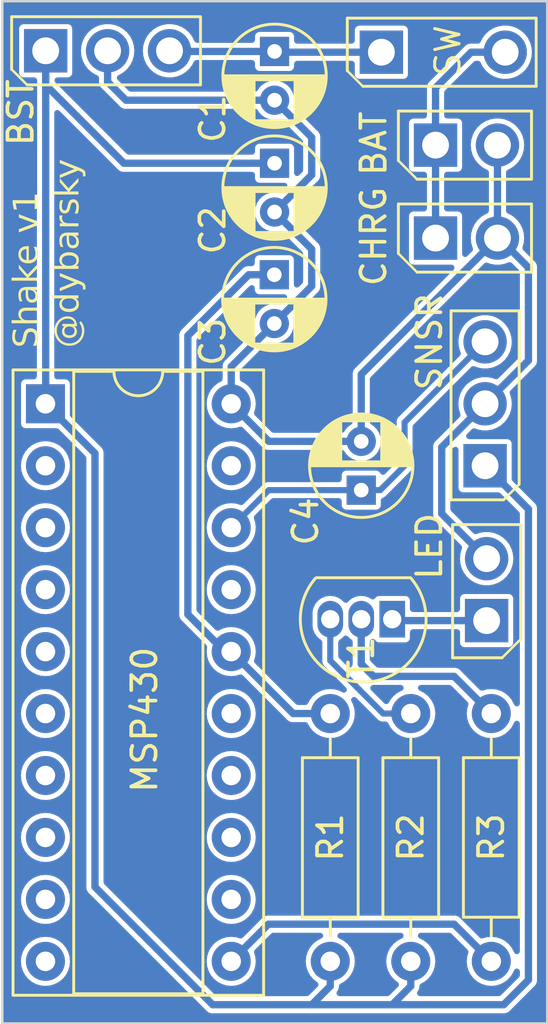
<source format=kicad_pcb>
(kicad_pcb (version 20221018) (generator pcbnew)
  (layers (0 "F.Cu" signal) (31 "B.Cu" signal) (34 "B.Paste" user) (35 "F.Paste" user) (36 "B.SilkS" user "B.Silkscreen") (37 "F.SilkS" user "F.Silkscreen") (38 "B.Mask" user) (39 "F.Mask" user) (44 "Edge.Cuts" user))
  (net 0 "")
  (net 1 "reset")
  (net 2 "+3.7V")
  (net 3 "GND")
  (net 4 "+5V")
  (net 5 "sensor")
  (net 6 "led")
  (net 7 "T1VCC")
  (net 8 "LedVcc")
  (net 9 "T1base")
  (footprint "Capacitor_THT:CP_Radial_D4.0mm_P2.00mm" (layer "F.Cu") (at 64.496 62.014401 -90)
    (fp_text reference "C3" (at 2.750599 2.53 90) (layer "F.SilkS"))
    (fp_text value "CP_Radial_D4.0mm_P2.00mm" hide)
    (pad "1" thru_hole rect (at 0 0 270) (size 1.2 1.2) (drill 0.6) (layers "*.Cu" "*.Mask") (net 1 "reset"))
    (pad "2" thru_hole circle (at 2 0 270) (size 1.2 1.2) (drill 0.6) (layers "*.Cu" "*.Mask") (net 3 "GND"))
  )
  (footprint "TerminalBlock_TE-Connectivity:TerminalBlock_TE_282834-2_1x02_P2.54mm_Horizontal" (layer "F.Cu") (at 71.11 56.7005)
    (fp_text reference "BAT" (at -2.54 -0.0635 90) (layer "F.SilkS"))
    (fp_text value "TerminalBlock_TE_282834-2_1x02_P2.54mm_Horizontal" hide)
    (pad "1" thru_hole rect (at 0 0) (size 1.778 1.778) (drill 1.1) (layers "*.Cu" "*.Mask") (net 2 "+3.7V"))
    (pad "2" thru_hole circle (at 2.54 0) (size 1.778 1.778) (drill 1.1) (layers "*.Cu" "*.Mask") (net 3 "GND"))
  )
  (footprint "Capacitor_THT:CP_Radial_D4.0mm_P2.00mm" (layer "F.Cu") (at 68.062 70.845 90)
    (fp_text reference "C4" (at -1.286 -2.286 90) (layer "F.SilkS"))
    (fp_text value "CP_Radial_D4.0mm_P2.00mm" hide)
    (pad "1" thru_hole rect (at 0 0 90) (size 1.2 1.2) (drill 0.6) (layers "*.Cu" "*.Mask") (net 5 "sensor"))
    (pad "2" thru_hole circle (at 2 0 90) (size 1.2 1.2) (drill 0.6) (layers "*.Cu" "*.Mask") (net 3 "GND"))
  )
  (footprint "Resistor_THT:R_Axial_DIN0207_L6.3mm_D2.5mm_P10.16mm_Horizontal" (layer "F.Cu") (at 73.396 90.165 90)
    (fp_text reference "R3" (at 5.08 0 90) (layer "F.SilkS"))
    (fp_text value "R_Axial_DIN0207_L6.3mm_D2.5mm_P10.16mm_Horizontal" hide)
    (pad "1" thru_hole circle (at 0 0 90) (size 1.6 1.6) (drill 0.8) (layers "*.Cu" "*.Mask") (net 6 "led"))
    (pad "2" thru_hole oval (at 10.16 0 90) (size 1.6 1.6) (drill 0.8) (layers "*.Cu" "*.Mask") (net 9 "T1base"))
  )
  (footprint "Capacitor_THT:CP_Radial_D4.0mm_P2.00mm" (layer "F.Cu") (at 64.506 52.859 -90)
    (fp_text reference "C1" (at 2.762 2.54 90) (layer "F.SilkS"))
    (fp_text value "CP_Radial_D4.0mm_P2.00mm" hide)
    (pad "1" thru_hole rect (at 0 0 270) (size 1.2 1.2) (drill 0.6) (layers "*.Cu" "*.Mask") (net 2 "+3.7V"))
    (pad "2" thru_hole circle (at 2 0 270) (size 1.2 1.2) (drill 0.6) (layers "*.Cu" "*.Mask") (net 3 "GND"))
  )
  (footprint "TerminalBlock_TE-Connectivity:TerminalBlock_TE_282834-2_1x02_P2.54mm_Horizontal" (layer "F.Cu") (at 73.2055 76.195 90)
    (fp_text reference "LED" (at 3.048 -2.3495 90) (layer "F.SilkS"))
    (fp_text value "TerminalBlock_TE_282834-2_1x02_P2.54mm_Horizontal" hide)
    (pad "1" thru_hole rect (at 0 0 90) (size 1.778 1.778) (drill 1.1) (layers "*.Cu" "*.Mask") (net 8 "LedVcc"))
    (pad "2" thru_hole circle (at 2.54 0 90) (size 1.778 1.778) (drill 1.1) (layers "*.Cu" "*.Mask") (net 3 "GND"))
  )
  (footprint "Package_TO_SOT_THT:TO-92L_Inline" (layer "F.Cu") (at 69.332 76.137 180)
    (fp_text reference "T1" (at 1.27 -1.582 90) (layer "F.SilkS"))
    (fp_text value "TO-92L_Inline" hide)
    (pad "1" thru_hole rect (at 0 0 180) (size 1.05 1.5) (drill 0.75) (layers "*.Cu" "*.Mask") (net 8 "LedVcc"))
    (pad "2" thru_hole oval (at 1.27 0 180) (size 1.05 1.5) (drill 0.75) (layers "*.Cu" "*.Mask") (net 9 "T1base"))
    (pad "3" thru_hole oval (at 2.54 0 180) (size 1.05 1.5) (drill 0.75) (layers "*.Cu" "*.Mask") (net 7 "T1VCC"))
  )
  (footprint "TerminalBlock_TE-Connectivity:TerminalBlock_TE_282834-2_1x02_P2.54mm_Horizontal" (layer "F.Cu") (at 71.11 60.5105)
    (fp_text reference "CHRG" (at -2.54 -0.0635 90) (layer "F.SilkS"))
    (fp_text value "TerminalBlock_TE_282834-2_1x02_P2.54mm_Horizontal" hide)
    (pad "1" thru_hole rect (at 0 0) (size 1.778 1.778) (drill 1.1) (layers "*.Cu" "*.Mask") (net 2 "+3.7V"))
    (pad "2" thru_hole circle (at 2.54 0) (size 1.778 1.778) (drill 1.1) (layers "*.Cu" "*.Mask") (net 3 "GND"))
  )
  (footprint "Resistor_THT:R_Axial_DIN0207_L6.3mm_D2.5mm_P10.16mm_Horizontal" (layer "F.Cu") (at 66.792 90.165 90)
    (fp_text reference "R1" (at 5.08 0 90) (layer "F.SilkS"))
    (fp_text value "R_Axial_DIN0207_L6.3mm_D2.5mm_P10.16mm_Horizontal" hide)
    (pad "1" thru_hole circle (at 0 0 90) (size 1.6 1.6) (drill 0.8) (layers "*.Cu" "*.Mask") (net 4 "+5V"))
    (pad "2" thru_hole oval (at 10.16 0 90) (size 1.6 1.6) (drill 0.8) (layers "*.Cu" "*.Mask") (net 1 "reset"))
  )
  (footprint "TerminalBlock_TE-Connectivity:TerminalBlock_TE_282834-2_1x02_P2.54mm_Horizontal" (layer "F.Cu") (at 73.142 69.845 90)
    (fp_text reference "SNSR" (at 5.08 -2.286 90) (layer "F.SilkS"))
    (fp_text value "TerminalBlock_TE_282834-2_1x02_P2.54mm_Horizontal" hide)
    (pad "1" thru_hole rect (at 0 0 90) (size 1.778 1.778) (drill 1.1) (layers "*.Cu" "*.Mask") (net 4 "+5V"))
    (pad "2" thru_hole circle (at 2.54 0 90) (size 1.778 1.778) (drill 1.1) (layers "*.Cu" "*.Mask") (net 3 "GND"))
    (pad "3" thru_hole circle (at 5.08 0 90) (size 1.778 1.778) (drill 1.1) (layers "*.Cu" "*.Mask") (net 5 "sensor"))
  )
  (footprint "Capacitor_THT:CP_Radial_D4.0mm_P2.00mm" (layer "F.Cu") (at 64.506 57.442401 -90)
    (fp_text reference "C2" (at 2.750599 2.54 90) (layer "F.SilkS"))
    (fp_text value "CP_Radial_D4.0mm_P2.00mm" hide)
    (pad "1" thru_hole rect (at 0 0 270) (size 1.2 1.2) (drill 0.6) (layers "*.Cu" "*.Mask") (net 4 "+5V"))
    (pad "2" thru_hole circle (at 2 0 270) (size 1.2 1.2) (drill 0.6) (layers "*.Cu" "*.Mask") (net 3 "GND"))
  )
  (footprint "TerminalBlock_TE-Connectivity:TerminalBlock_TE_282834-2_1x02_P2.54mm_Horizontal" (layer "F.Cu") (at 55.118 52.832)
    (fp_text reference "BST" (at -1.026 2.535 90) (layer "F.SilkS"))
    (fp_text value "TerminalBlock_TE_282834-2_1x02_P2.54mm_Horizontal" hide)
    (pad "1" thru_hole rect (at 0 0) (size 1.778 1.778) (drill 1.1) (layers "*.Cu" "*.Mask") (net 4 "+5V"))
    (pad "2" thru_hole circle (at 2.54 0) (size 1.778 1.778) (drill 1.1) (layers "*.Cu" "*.Mask") (net 3 "GND"))
    (pad "3" thru_hole circle (at 5.08 0) (size 1.778 1.778) (drill 1.1) (layers "*.Cu" "*.Mask") (net 2 "+3.7V"))
  )
  (footprint "Package_DIP:DIP-20_W7.62mm_Socket" (layer "F.Cu") (at 55.108 67.305)
    (fp_text reference "MSP430" (at 4.064 12.954 270) (layer "F.SilkS"))
    (fp_text value "DIP-20_W7.62mm_Socket" hide)
    (pad "1" thru_hole rect (at 0 0) (size 1.6 1.6) (drill 0.8) (layers "*.Cu" "*.Mask") (net 4 "+5V"))
    (pad "2" thru_hole oval (at 0 2.54) (size 1.6 1.6) (drill 0.8) (layers "*.Cu" "*.Mask"))
    (pad "3" thru_hole oval (at 0 5.08) (size 1.6 1.6) (drill 0.8) (layers "*.Cu" "*.Mask"))
    (pad "4" thru_hole oval (at 0 7.62) (size 1.6 1.6) (drill 0.8) (layers "*.Cu" "*.Mask"))
    (pad "5" thru_hole oval (at 0 10.16) (size 1.6 1.6) (drill 0.8) (layers "*.Cu" "*.Mask"))
    (pad "6" thru_hole oval (at 0 12.7) (size 1.6 1.6) (drill 0.8) (layers "*.Cu" "*.Mask"))
    (pad "7" thru_hole oval (at 0 15.24) (size 1.6 1.6) (drill 0.8) (layers "*.Cu" "*.Mask"))
    (pad "8" thru_hole oval (at 0 17.78) (size 1.6 1.6) (drill 0.8) (layers "*.Cu" "*.Mask"))
    (pad "9" thru_hole oval (at 0 20.32) (size 1.6 1.6) (drill 0.8) (layers "*.Cu" "*.Mask"))
    (pad "10" thru_hole oval (at 0 22.86) (size 1.6 1.6) (drill 0.8) (layers "*.Cu" "*.Mask"))
    (pad "11" thru_hole oval (at 7.62 22.86) (size 1.6 1.6) (drill 0.8) (layers "*.Cu" "*.Mask") (net 6 "led"))
    (pad "12" thru_hole oval (at 7.62 20.32) (size 1.6 1.6) (drill 0.8) (layers "*.Cu" "*.Mask"))
    (pad "13" thru_hole oval (at 7.62 17.78) (size 1.6 1.6) (drill 0.8) (layers "*.Cu" "*.Mask"))
    (pad "14" thru_hole oval (at 7.62 15.24) (size 1.6 1.6) (drill 0.8) (layers "*.Cu" "*.Mask"))
    (pad "15" thru_hole oval (at 7.62 12.7) (size 1.6 1.6) (drill 0.8) (layers "*.Cu" "*.Mask"))
    (pad "16" thru_hole oval (at 7.62 10.16) (size 1.6 1.6) (drill 0.8) (layers "*.Cu" "*.Mask") (net 1 "reset"))
    (pad "17" thru_hole oval (at 7.62 7.62) (size 1.6 1.6) (drill 0.8) (layers "*.Cu" "*.Mask"))
    (pad "18" thru_hole oval (at 7.62 5.08) (size 1.6 1.6) (drill 0.8) (layers "*.Cu" "*.Mask") (net 5 "sensor"))
    (pad "19" thru_hole oval (at 7.62 2.54) (size 1.6 1.6) (drill 0.8) (layers "*.Cu" "*.Mask"))
    (pad "20" thru_hole oval (at 7.62 0) (size 1.6 1.6) (drill 0.8) (layers "*.Cu" "*.Mask") (net 3 "GND"))
  )
  (footprint "TerminalBlock_TE-Connectivity:TerminalBlock_TE_282834-2_1x02_P2.54mm_Horizontal" (layer "F.Cu") (at 68.8875 52.8905)
    (fp_text reference "SW" (at 2.7305 -0.0635 90) (layer "F.SilkS") (effects (font (thickness 0.125))))
    (fp_text value "TerminalBlock_TE_282834-2_1x02_P2.54mm_Horizontal" hide)
    (pad "1" thru_hole rect (at 0 0) (size 1.778 1.778) (drill 1.1) (layers "*.Cu" "*.Mask") (net 2 "+3.7V"))
    (pad "2" thru_hole circle (at 5.08 0) (size 1.778 1.778) (drill 1.1) (layers "*.Cu" "*.Mask") (net 2 "+3.7V"))
  )
  (footprint "Resistor_THT:R_Axial_DIN0207_L6.3mm_D2.5mm_P10.16mm_Horizontal" (layer "F.Cu") (at 70.094 90.165 90)
    (fp_text reference "R2" (at 5.08 0 90) (layer "F.SilkS"))
    (fp_text value "R_Axial_DIN0207_L6.3mm_D2.5mm_P10.16mm_Horizontal" hide)
    (pad "1" thru_hole circle (at 0 0 90) (size 1.6 1.6) (drill 0.8) (layers "*.Cu" "*.Mask") (net 4 "+5V"))
    (pad "2" thru_hole oval (at 10.16 0 90) (size 1.6 1.6) (drill 0.8) (layers "*.Cu" "*.Mask") (net 7 "T1VCC"))
  )
  (gr_line (start 53.34 92.71) (end 53.34 50.8) (stroke (width 0.1)) (layer "Edge.Cuts"))
  (gr_line (start 53.34 50.8) (end 75.692 50.8) (stroke (width 0.1)) (layer "Edge.Cuts"))
  (gr_line (start 75.692 50.8) (end 75.692 92.71) (stroke (width 0.1)) (layer "Edge.Cuts"))
  (gr_line (start 75.692 92.71) (end 53.34 92.71) (stroke (width 0.1)) (layer "Edge.Cuts"))
  (gr_text "Shake v1\n@dybarsky" (at 56.632 65.019 90) (layer "F.SilkS") (effects (font (size 1 1) (thickness 0.125)) (justify left bottom)))
  (segment (start 65.268 80.005) (end 66.538 80.005) (width 0.3) (layer "B.Cu") (net 1))
  (segment (start 62.728 77.465) (end 65.268 80.005) (width 0.3) (layer "B.Cu") (net 1))
  (segment (start 60.95 75.941) (end 62.474 77.465) (width 0.3) (layer "B.Cu") (net 1))
  (segment (start 63.446599 62.014401) (end 60.95 64.511) (width 0.3) (layer "B.Cu") (net 1))
  (segment (start 64.496 62.014401) (end 63.446599 62.014401) (width 0.3) (layer "B.Cu") (net 1))
  (segment (start 60.95 64.511) (end 60.95 75.941) (width 0.3) (layer "B.Cu") (net 1))
  (segment (start 71.11 54.351) (end 71.11 56.7005) (width 0.3) (layer "B.Cu") (net 2))
  (segment (start 73.9675 52.8905) (end 72.5705 52.8905) (width 0.3) (layer "B.Cu") (net 2))
  (segment (start 71.11 60.5105) (end 71.11 56.7005) (width 0.3) (layer "B.Cu") (net 2))
  (segment (start 64.506 52.859) (end 60.225 52.859) (width 0.3) (layer "B.Cu") (net 2))
  (segment (start 68.8875 52.8905) (end 64.5375 52.8905) (width 0.3) (layer "B.Cu") (net 2))
  (segment (start 72.5705 52.8905) (end 71.11 54.351) (width 0.3) (layer "B.Cu") (net 2))
  (segment (start 64.506 59.442401) (end 66.03 60.966401) (width 0.3) (layer "B.Cu") (net 3))
  (segment (start 73.142 67.305) (end 74.92 65.527) (width 0.3) (layer "B.Cu") (net 3))
  (segment (start 57.658 54.107) (end 58.41 54.859) (width 0.3) (layer "B.Cu") (net 3))
  (segment (start 62.728 65.782401) (end 64.496 64.014401) (width 0.3) (layer "B.Cu") (net 3))
  (segment (start 71.364 69.083) (end 73.142 67.305) (width 0.3) (layer "B.Cu") (net 3))
  (segment (start 62.728 67.305) (end 62.728 65.782401) (width 0.3) (layer "B.Cu") (net 3))
  (segment (start 62.728 67.305) (end 64.268 68.845) (width 0.3) (layer "B.Cu") (net 3))
  (segment (start 74.92 61.717) (end 73.7135 60.5105) (width 0.3) (layer "B.Cu") (net 3))
  (segment (start 66.03 57.918401) (end 64.506 59.442401) (width 0.3) (layer "B.Cu") (net 3))
  (segment (start 57.658 52.832) (end 57.658 54.107) (width 0.3) (layer "B.Cu") (net 3))
  (segment (start 73.2055 73.655) (end 71.364 71.8135) (width 0.3) (layer "B.Cu") (net 3))
  (segment (start 64.506 54.859) (end 66.03 56.383) (width 0.3) (layer "B.Cu") (net 3))
  (segment (start 64.268 68.845) (end 68.062 68.845) (width 0.3) (layer "B.Cu") (net 3))
  (segment (start 66.03 56.383) (end 66.03 57.918401) (width 0.3) (layer "B.Cu") (net 3))
  (segment (start 71.364 71.8135) (end 71.364 69.083) (width 0.3) (layer "B.Cu") (net 3))
  (segment (start 66.03 60.966401) (end 66.03 62.480401) (width 0.3) (layer "B.Cu") (net 3))
  (segment (start 73.65 60.5105) (end 73.65 56.7005) (width 0.3) (layer "B.Cu") (net 3))
  (segment (start 66.03 62.480401) (end 64.496 64.014401) (width 0.3) (layer "B.Cu") (net 3))
  (segment (start 68.062 66.0985) (end 73.65 60.5105) (width 0.3) (layer "B.Cu") (net 3))
  (segment (start 58.41 54.859) (end 64.506 54.859) (width 0.3) (layer "B.Cu") (net 3))
  (segment (start 68.062 68.845) (end 68.062 66.0985) (width 0.3) (layer "B.Cu") (net 3))
  (segment (start 74.92 65.527) (end 74.92 61.717) (width 0.3) (layer "B.Cu") (net 3))
  (segment (start 55.118 67.564) (end 55.372 67.818) (width 0.3) (layer "F.Cu") (net 4))
  (segment (start 58.326401 57.442401) (end 55.118 54.234) (width 0.3) (layer "B.Cu") (net 4))
  (segment (start 55.118 52.832) (end 55.118 67.295) (width 0.3) (layer "B.Cu") (net 4))
  (segment (start 55.118 67.295) (end 55.108 67.305) (width 0.3) (layer "B.Cu") (net 4))
  (segment (start 73.904 91.943) (end 61.966 91.943) (width 0.3) (layer "B.Cu") (net 4))
  (segment (start 64.506 57.442401) (end 58.326401 57.442401) (width 0.3) (layer "B.Cu") (net 4))
  (segment (start 57.14 87.117) (end 57.14 69.337) (width 0.3) (layer "B.Cu") (net 4))
  (segment (start 66.792 90.2285) (end 66.792 91.181) (width 0.3) (layer "B.Cu") (net 4))
  (segment (start 57.14 69.337) (end 55.108 67.305) (width 0.3) (layer "B.Cu") (net 4))
  (segment (start 74.92 90.927) (end 73.904 91.943) (width 0.3) (layer "B.Cu") (net 4))
  (segment (start 61.966 91.943) (end 57.14 87.117) (width 0.3) (layer "B.Cu") (net 4))
  (segment (start 66.792 91.181) (end 66.03 91.943) (width 0.3) (layer "B.Cu") (net 4))
  (segment (start 55.118 54.234) (end 55.118 52.832) (width 0.3) (layer "B.Cu") (net 4))
  (segment (start 70.094 90.165) (end 70.094 91.181) (width 0.3) (layer "B.Cu") (net 4))
  (segment (start 73.142 69.845) (end 74.92 71.623) (width 0.3) (layer "B.Cu") (net 4))
  (segment (start 74.92 71.623) (end 74.92 90.927) (width 0.3) (layer "B.Cu") (net 4))
  (segment (start 70.094 91.181) (end 69.332 91.943) (width 0.3) (layer "B.Cu") (net 4))
  (segment (start 73.142 64.765) (end 69.84 68.067) (width 0.25) (layer "B.Cu") (net 5))
  (segment (start 68.84 70.845) (end 68.062 70.845) (width 0.25) (layer "B.Cu") (net 5))
  (segment (start 69.84 69.845) (end 68.84 70.845) (width 0.25) (layer "B.Cu") (net 5))
  (segment (start 69.84 68.067) (end 69.84 69.845) (width 0.25) (layer "B.Cu") (net 5))
  (segment (start 68.062 70.845) (end 64.268 70.845) (width 0.25) (layer "B.Cu") (net 5))
  (segment (start 64.268 70.845) (end 62.728 72.385) (width 0.25) (layer "B.Cu") (net 5))
  (segment (start 62.728 90.165) (end 64.252 88.641) (width 0.3) (layer "B.Cu") (net 6))
  (segment (start 64.252 88.641) (end 71.872 88.641) (width 0.3) (layer "B.Cu") (net 6))
  (segment (start 71.872 88.641) (end 73.396 90.165) (width 0.3) (layer "B.Cu") (net 6))
  (segment (start 68.96263 80.005) (end 66.792 77.83437) (width 0.25) (layer "B.Cu") (net 7))
  (segment (start 70.094 80.005) (end 68.96263 80.005) (width 0.25) (layer "B.Cu") (net 7))
  (segment (start 66.792 77.83437) (end 66.792 76.137) (width 0.25) (layer "B.Cu") (net 7))
  (segment (start 73.2055 76.195) (end 69.46 76.195) (width 0.3) (layer "B.Cu") (net 8))
  (segment (start 71.872 78.481) (end 73.396 80.005) (width 0.3) (layer "B.Cu") (net 9))
  (segment (start 68.062 76.137) (end 68.062 77.973) (width 0.3) (layer "B.Cu") (net 9))
  (segment (start 68.062 77.973) (end 68.57 78.481) (width 0.3) (layer "B.Cu") (net 9))
  (segment (start 68.57 78.481) (end 71.872 78.481) (width 0.3) (layer "B.Cu") (net 9))
  (zone (net 0) (net_name "") (layer "B.Cu") (connect_pads (clearance 0)) (min_thickness 0.25) (fill yes (thermal_gap 0.5) (thermal_bridge_width 0.5))
    (polygon (pts (xy 53.33 50.795) (xy 53.33 92.705) (xy 75.682 92.705) (xy 75.682 50.795)))
  )
)
</source>
